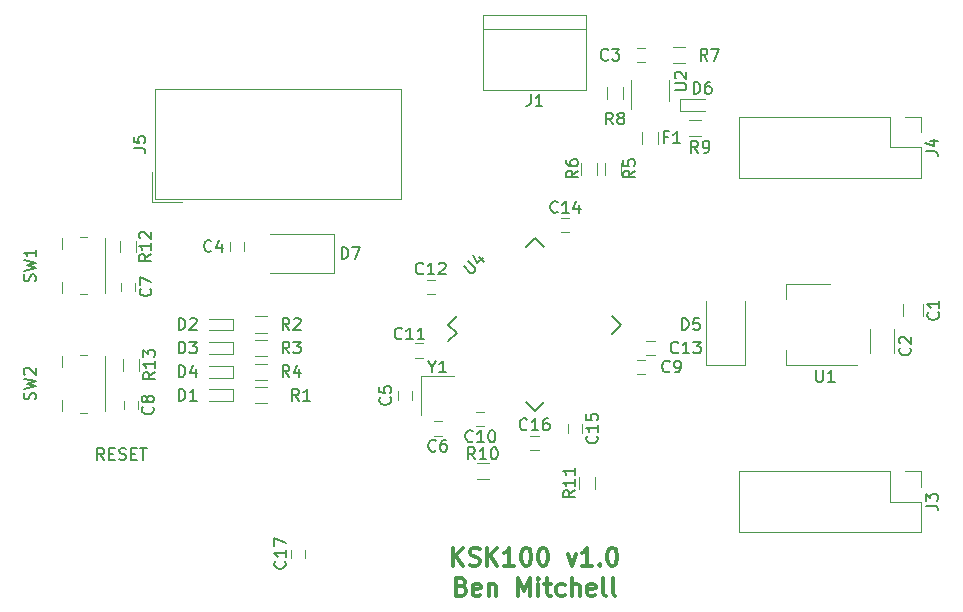
<source format=gto>
G04 #@! TF.FileFunction,Legend,Top*
%FSLAX46Y46*%
G04 Gerber Fmt 4.6, Leading zero omitted, Abs format (unit mm)*
G04 Created by KiCad (PCBNEW 4.0.7) date Tue Jan 16 16:57:22 2018*
%MOMM*%
%LPD*%
G01*
G04 APERTURE LIST*
%ADD10C,0.100000*%
%ADD11C,0.200000*%
%ADD12C,0.300000*%
%ADD13C,0.120000*%
%ADD14C,0.150000*%
G04 APERTURE END LIST*
D10*
D11*
X53547619Y-86452381D02*
X53214285Y-85976190D01*
X52976190Y-86452381D02*
X52976190Y-85452381D01*
X53357143Y-85452381D01*
X53452381Y-85500000D01*
X53500000Y-85547619D01*
X53547619Y-85642857D01*
X53547619Y-85785714D01*
X53500000Y-85880952D01*
X53452381Y-85928571D01*
X53357143Y-85976190D01*
X52976190Y-85976190D01*
X53976190Y-85928571D02*
X54309524Y-85928571D01*
X54452381Y-86452381D02*
X53976190Y-86452381D01*
X53976190Y-85452381D01*
X54452381Y-85452381D01*
X54833333Y-86404762D02*
X54976190Y-86452381D01*
X55214286Y-86452381D01*
X55309524Y-86404762D01*
X55357143Y-86357143D01*
X55404762Y-86261905D01*
X55404762Y-86166667D01*
X55357143Y-86071429D01*
X55309524Y-86023810D01*
X55214286Y-85976190D01*
X55023809Y-85928571D01*
X54928571Y-85880952D01*
X54880952Y-85833333D01*
X54833333Y-85738095D01*
X54833333Y-85642857D01*
X54880952Y-85547619D01*
X54928571Y-85500000D01*
X55023809Y-85452381D01*
X55261905Y-85452381D01*
X55404762Y-85500000D01*
X55833333Y-85928571D02*
X56166667Y-85928571D01*
X56309524Y-86452381D02*
X55833333Y-86452381D01*
X55833333Y-85452381D01*
X56309524Y-85452381D01*
X56595238Y-85452381D02*
X57166667Y-85452381D01*
X56880952Y-86452381D02*
X56880952Y-85452381D01*
D12*
X83071430Y-95403571D02*
X83071430Y-93903571D01*
X83928573Y-95403571D02*
X83285716Y-94546429D01*
X83928573Y-93903571D02*
X83071430Y-94760714D01*
X84500001Y-95332143D02*
X84714287Y-95403571D01*
X85071430Y-95403571D01*
X85214287Y-95332143D01*
X85285716Y-95260714D01*
X85357144Y-95117857D01*
X85357144Y-94975000D01*
X85285716Y-94832143D01*
X85214287Y-94760714D01*
X85071430Y-94689286D01*
X84785716Y-94617857D01*
X84642858Y-94546429D01*
X84571430Y-94475000D01*
X84500001Y-94332143D01*
X84500001Y-94189286D01*
X84571430Y-94046429D01*
X84642858Y-93975000D01*
X84785716Y-93903571D01*
X85142858Y-93903571D01*
X85357144Y-93975000D01*
X86000001Y-95403571D02*
X86000001Y-93903571D01*
X86857144Y-95403571D02*
X86214287Y-94546429D01*
X86857144Y-93903571D02*
X86000001Y-94760714D01*
X88285715Y-95403571D02*
X87428572Y-95403571D01*
X87857144Y-95403571D02*
X87857144Y-93903571D01*
X87714287Y-94117857D01*
X87571429Y-94260714D01*
X87428572Y-94332143D01*
X89214286Y-93903571D02*
X89357143Y-93903571D01*
X89500000Y-93975000D01*
X89571429Y-94046429D01*
X89642858Y-94189286D01*
X89714286Y-94475000D01*
X89714286Y-94832143D01*
X89642858Y-95117857D01*
X89571429Y-95260714D01*
X89500000Y-95332143D01*
X89357143Y-95403571D01*
X89214286Y-95403571D01*
X89071429Y-95332143D01*
X89000000Y-95260714D01*
X88928572Y-95117857D01*
X88857143Y-94832143D01*
X88857143Y-94475000D01*
X88928572Y-94189286D01*
X89000000Y-94046429D01*
X89071429Y-93975000D01*
X89214286Y-93903571D01*
X90642857Y-93903571D02*
X90785714Y-93903571D01*
X90928571Y-93975000D01*
X91000000Y-94046429D01*
X91071429Y-94189286D01*
X91142857Y-94475000D01*
X91142857Y-94832143D01*
X91071429Y-95117857D01*
X91000000Y-95260714D01*
X90928571Y-95332143D01*
X90785714Y-95403571D01*
X90642857Y-95403571D01*
X90500000Y-95332143D01*
X90428571Y-95260714D01*
X90357143Y-95117857D01*
X90285714Y-94832143D01*
X90285714Y-94475000D01*
X90357143Y-94189286D01*
X90428571Y-94046429D01*
X90500000Y-93975000D01*
X90642857Y-93903571D01*
X92785714Y-94403571D02*
X93142857Y-95403571D01*
X93499999Y-94403571D01*
X94857142Y-95403571D02*
X93999999Y-95403571D01*
X94428571Y-95403571D02*
X94428571Y-93903571D01*
X94285714Y-94117857D01*
X94142856Y-94260714D01*
X93999999Y-94332143D01*
X95499999Y-95260714D02*
X95571427Y-95332143D01*
X95499999Y-95403571D01*
X95428570Y-95332143D01*
X95499999Y-95260714D01*
X95499999Y-95403571D01*
X96499999Y-93903571D02*
X96642856Y-93903571D01*
X96785713Y-93975000D01*
X96857142Y-94046429D01*
X96928571Y-94189286D01*
X96999999Y-94475000D01*
X96999999Y-94832143D01*
X96928571Y-95117857D01*
X96857142Y-95260714D01*
X96785713Y-95332143D01*
X96642856Y-95403571D01*
X96499999Y-95403571D01*
X96357142Y-95332143D01*
X96285713Y-95260714D01*
X96214285Y-95117857D01*
X96142856Y-94832143D01*
X96142856Y-94475000D01*
X96214285Y-94189286D01*
X96285713Y-94046429D01*
X96357142Y-93975000D01*
X96499999Y-93903571D01*
X83821429Y-97167857D02*
X84035715Y-97239286D01*
X84107143Y-97310714D01*
X84178572Y-97453571D01*
X84178572Y-97667857D01*
X84107143Y-97810714D01*
X84035715Y-97882143D01*
X83892857Y-97953571D01*
X83321429Y-97953571D01*
X83321429Y-96453571D01*
X83821429Y-96453571D01*
X83964286Y-96525000D01*
X84035715Y-96596429D01*
X84107143Y-96739286D01*
X84107143Y-96882143D01*
X84035715Y-97025000D01*
X83964286Y-97096429D01*
X83821429Y-97167857D01*
X83321429Y-97167857D01*
X85392857Y-97882143D02*
X85250000Y-97953571D01*
X84964286Y-97953571D01*
X84821429Y-97882143D01*
X84750000Y-97739286D01*
X84750000Y-97167857D01*
X84821429Y-97025000D01*
X84964286Y-96953571D01*
X85250000Y-96953571D01*
X85392857Y-97025000D01*
X85464286Y-97167857D01*
X85464286Y-97310714D01*
X84750000Y-97453571D01*
X86107143Y-96953571D02*
X86107143Y-97953571D01*
X86107143Y-97096429D02*
X86178571Y-97025000D01*
X86321429Y-96953571D01*
X86535714Y-96953571D01*
X86678571Y-97025000D01*
X86750000Y-97167857D01*
X86750000Y-97953571D01*
X88607143Y-97953571D02*
X88607143Y-96453571D01*
X89107143Y-97525000D01*
X89607143Y-96453571D01*
X89607143Y-97953571D01*
X90321429Y-97953571D02*
X90321429Y-96953571D01*
X90321429Y-96453571D02*
X90250000Y-96525000D01*
X90321429Y-96596429D01*
X90392857Y-96525000D01*
X90321429Y-96453571D01*
X90321429Y-96596429D01*
X90821429Y-96953571D02*
X91392858Y-96953571D01*
X91035715Y-96453571D02*
X91035715Y-97739286D01*
X91107143Y-97882143D01*
X91250001Y-97953571D01*
X91392858Y-97953571D01*
X92535715Y-97882143D02*
X92392858Y-97953571D01*
X92107144Y-97953571D01*
X91964286Y-97882143D01*
X91892858Y-97810714D01*
X91821429Y-97667857D01*
X91821429Y-97239286D01*
X91892858Y-97096429D01*
X91964286Y-97025000D01*
X92107144Y-96953571D01*
X92392858Y-96953571D01*
X92535715Y-97025000D01*
X93178572Y-97953571D02*
X93178572Y-96453571D01*
X93821429Y-97953571D02*
X93821429Y-97167857D01*
X93750000Y-97025000D01*
X93607143Y-96953571D01*
X93392858Y-96953571D01*
X93250000Y-97025000D01*
X93178572Y-97096429D01*
X95107143Y-97882143D02*
X94964286Y-97953571D01*
X94678572Y-97953571D01*
X94535715Y-97882143D01*
X94464286Y-97739286D01*
X94464286Y-97167857D01*
X94535715Y-97025000D01*
X94678572Y-96953571D01*
X94964286Y-96953571D01*
X95107143Y-97025000D01*
X95178572Y-97167857D01*
X95178572Y-97310714D01*
X94464286Y-97453571D01*
X96035715Y-97953571D02*
X95892857Y-97882143D01*
X95821429Y-97739286D01*
X95821429Y-96453571D01*
X96821429Y-97953571D02*
X96678571Y-97882143D01*
X96607143Y-97739286D01*
X96607143Y-96453571D01*
D13*
X122850000Y-74300000D02*
X122850000Y-73300000D01*
X121150000Y-73300000D02*
X121150000Y-74300000D01*
X120420000Y-77400000D02*
X120420000Y-75400000D01*
X118380000Y-75400000D02*
X118380000Y-77400000D01*
X99350000Y-52800000D02*
X98650000Y-52800000D01*
X98650000Y-51600000D02*
X99350000Y-51600000D01*
X65400000Y-68050000D02*
X65400000Y-68750000D01*
X64200000Y-68750000D02*
X64200000Y-68050000D01*
X78400000Y-81350000D02*
X78400000Y-80650000D01*
X79600000Y-80650000D02*
X79600000Y-81350000D01*
X81450000Y-83200000D02*
X82150000Y-83200000D01*
X82150000Y-84400000D02*
X81450000Y-84400000D01*
X55000000Y-72150000D02*
X55000000Y-71450000D01*
X56200000Y-71450000D02*
X56200000Y-72150000D01*
X55200000Y-82150000D02*
X55200000Y-81450000D01*
X56400000Y-81450000D02*
X56400000Y-82150000D01*
X99350000Y-79200000D02*
X98650000Y-79200000D01*
X98650000Y-78000000D02*
X99350000Y-78000000D01*
X85050000Y-82400000D02*
X85750000Y-82400000D01*
X85750000Y-83600000D02*
X85050000Y-83600000D01*
X79850000Y-76600000D02*
X80550000Y-76600000D01*
X80550000Y-77800000D02*
X79850000Y-77800000D01*
X81550000Y-72400000D02*
X80850000Y-72400000D01*
X80850000Y-71200000D02*
X81550000Y-71200000D01*
X100150000Y-77600000D02*
X99450000Y-77600000D01*
X99450000Y-76400000D02*
X100150000Y-76400000D01*
X92950000Y-67200000D02*
X92250000Y-67200000D01*
X92250000Y-66000000D02*
X92950000Y-66000000D01*
X92800000Y-84150000D02*
X92800000Y-83450000D01*
X94000000Y-83450000D02*
X94000000Y-84150000D01*
X64500000Y-81500000D02*
X64500000Y-80500000D01*
X64500000Y-80500000D02*
X62400000Y-80500000D01*
X64500000Y-81500000D02*
X62400000Y-81500000D01*
X64500000Y-75500000D02*
X64500000Y-74500000D01*
X64500000Y-74500000D02*
X62400000Y-74500000D01*
X64500000Y-75500000D02*
X62400000Y-75500000D01*
X64500000Y-77500000D02*
X64500000Y-76500000D01*
X64500000Y-76500000D02*
X62400000Y-76500000D01*
X64500000Y-77500000D02*
X62400000Y-77500000D01*
X64500000Y-79500000D02*
X64500000Y-78500000D01*
X64500000Y-78500000D02*
X62400000Y-78500000D01*
X64500000Y-79500000D02*
X62400000Y-79500000D01*
X104550000Y-78400000D02*
X107850000Y-78400000D01*
X107850000Y-78400000D02*
X107850000Y-73000000D01*
X104550000Y-78400000D02*
X104550000Y-73000000D01*
X102300000Y-55900000D02*
X102300000Y-56900000D01*
X102300000Y-56900000D02*
X104400000Y-56900000D01*
X102300000Y-55900000D02*
X104400000Y-55900000D01*
X73000000Y-70650000D02*
X73000000Y-67350000D01*
X73000000Y-67350000D02*
X67600000Y-67350000D01*
X73000000Y-70650000D02*
X67600000Y-70650000D01*
X99120000Y-59700000D02*
X99120000Y-58700000D01*
X100480000Y-58700000D02*
X100480000Y-59700000D01*
X94350000Y-48770000D02*
X85650000Y-48770000D01*
X94350000Y-55180000D02*
X85650000Y-55180000D01*
X85650000Y-55180000D02*
X85650000Y-48770000D01*
X85650000Y-50000000D02*
X94350000Y-50000000D01*
X94350000Y-48770000D02*
X94350000Y-55180000D01*
X107320000Y-87400000D02*
X107320000Y-92600000D01*
X120080000Y-87400000D02*
X107320000Y-87400000D01*
X122680000Y-92600000D02*
X107320000Y-92600000D01*
X120080000Y-87400000D02*
X120080000Y-90000000D01*
X120080000Y-90000000D02*
X122680000Y-90000000D01*
X122680000Y-90000000D02*
X122680000Y-92600000D01*
X121350000Y-87400000D02*
X122680000Y-87400000D01*
X122680000Y-87400000D02*
X122680000Y-88730000D01*
X107320000Y-57400000D02*
X107320000Y-62600000D01*
X120080000Y-57400000D02*
X107320000Y-57400000D01*
X122680000Y-62600000D02*
X107320000Y-62600000D01*
X120080000Y-57400000D02*
X120080000Y-60000000D01*
X120080000Y-60000000D02*
X122680000Y-60000000D01*
X122680000Y-60000000D02*
X122680000Y-62600000D01*
X121350000Y-57400000D02*
X122680000Y-57400000D01*
X122680000Y-57400000D02*
X122680000Y-58730000D01*
X66300000Y-80320000D02*
X67300000Y-80320000D01*
X67300000Y-81680000D02*
X66300000Y-81680000D01*
X66300000Y-74320000D02*
X67300000Y-74320000D01*
X67300000Y-75680000D02*
X66300000Y-75680000D01*
X66300000Y-76320000D02*
X67300000Y-76320000D01*
X67300000Y-77680000D02*
X66300000Y-77680000D01*
X66300000Y-78320000D02*
X67300000Y-78320000D01*
X67300000Y-79680000D02*
X66300000Y-79680000D01*
X95920000Y-62300000D02*
X95920000Y-61300000D01*
X97280000Y-61300000D02*
X97280000Y-62300000D01*
X93920000Y-62300000D02*
X93920000Y-61300000D01*
X95280000Y-61300000D02*
X95280000Y-62300000D01*
X101700000Y-51520000D02*
X102700000Y-51520000D01*
X102700000Y-52880000D02*
X101700000Y-52880000D01*
X96120000Y-55900000D02*
X96120000Y-54900000D01*
X97480000Y-54900000D02*
X97480000Y-55900000D01*
X104100000Y-59080000D02*
X103100000Y-59080000D01*
X103100000Y-57720000D02*
X104100000Y-57720000D01*
X86100000Y-88080000D02*
X85100000Y-88080000D01*
X85100000Y-86720000D02*
X86100000Y-86720000D01*
X95080000Y-87900000D02*
X95080000Y-88900000D01*
X93720000Y-88900000D02*
X93720000Y-87900000D01*
X54920000Y-68900000D02*
X54920000Y-67900000D01*
X56280000Y-67900000D02*
X56280000Y-68900000D01*
X56480000Y-77900000D02*
X56480000Y-78900000D01*
X55120000Y-78900000D02*
X55120000Y-77900000D01*
X49950000Y-67650000D02*
X49950000Y-68575000D01*
X53650000Y-67650000D02*
X53650000Y-72350000D01*
X52075000Y-72450000D02*
X51525000Y-72450000D01*
X52075000Y-67550000D02*
X51525000Y-67550000D01*
X49950000Y-71425000D02*
X49950000Y-72350000D01*
X49950000Y-77650000D02*
X49950000Y-78575000D01*
X53650000Y-77650000D02*
X53650000Y-82350000D01*
X52075000Y-82450000D02*
X51525000Y-82450000D01*
X52075000Y-77550000D02*
X51525000Y-77550000D01*
X49950000Y-81425000D02*
X49950000Y-82350000D01*
X111290000Y-71590000D02*
X111290000Y-72850000D01*
X111290000Y-78410000D02*
X111290000Y-77150000D01*
X115050000Y-71590000D02*
X111290000Y-71590000D01*
X117300000Y-78410000D02*
X111290000Y-78410000D01*
X101410000Y-56100000D02*
X101410000Y-54300000D01*
X98190000Y-54300000D02*
X98190000Y-56750000D01*
D14*
X82681445Y-75000000D02*
X83388552Y-75707107D01*
X90000000Y-67681445D02*
X90760140Y-68441585D01*
X97318555Y-75000000D02*
X96558415Y-74239860D01*
X90000000Y-82318555D02*
X89239860Y-81558415D01*
X82681445Y-75000000D02*
X83441585Y-74239860D01*
X90000000Y-82318555D02*
X90760140Y-81558415D01*
X97318555Y-75000000D02*
X96558415Y-75760140D01*
X90000000Y-67681445D02*
X89239860Y-68441585D01*
X83388552Y-75707107D02*
X82663767Y-76431891D01*
D13*
X83200000Y-79350000D02*
X80400000Y-79350000D01*
X80400000Y-79350000D02*
X80400000Y-82650000D01*
X57850000Y-55055000D02*
X78710000Y-55055000D01*
X78710000Y-55055000D02*
X78710000Y-64405000D01*
X78710000Y-64405000D02*
X57850000Y-64405000D01*
X57850000Y-64405000D02*
X57850000Y-55055000D01*
X57600000Y-64655000D02*
X60140000Y-64655000D01*
X57600000Y-64655000D02*
X57600000Y-62115000D01*
X90350000Y-85600000D02*
X89650000Y-85600000D01*
X89650000Y-84400000D02*
X90350000Y-84400000D01*
X70600000Y-94050000D02*
X70600000Y-94750000D01*
X69400000Y-94750000D02*
X69400000Y-94050000D01*
D14*
X124157143Y-73966666D02*
X124204762Y-74014285D01*
X124252381Y-74157142D01*
X124252381Y-74252380D01*
X124204762Y-74395238D01*
X124109524Y-74490476D01*
X124014286Y-74538095D01*
X123823810Y-74585714D01*
X123680952Y-74585714D01*
X123490476Y-74538095D01*
X123395238Y-74490476D01*
X123300000Y-74395238D01*
X123252381Y-74252380D01*
X123252381Y-74157142D01*
X123300000Y-74014285D01*
X123347619Y-73966666D01*
X124252381Y-73014285D02*
X124252381Y-73585714D01*
X124252381Y-73300000D02*
X123252381Y-73300000D01*
X123395238Y-73395238D01*
X123490476Y-73490476D01*
X123538095Y-73585714D01*
X121757143Y-76966666D02*
X121804762Y-77014285D01*
X121852381Y-77157142D01*
X121852381Y-77252380D01*
X121804762Y-77395238D01*
X121709524Y-77490476D01*
X121614286Y-77538095D01*
X121423810Y-77585714D01*
X121280952Y-77585714D01*
X121090476Y-77538095D01*
X120995238Y-77490476D01*
X120900000Y-77395238D01*
X120852381Y-77252380D01*
X120852381Y-77157142D01*
X120900000Y-77014285D01*
X120947619Y-76966666D01*
X120947619Y-76585714D02*
X120900000Y-76538095D01*
X120852381Y-76442857D01*
X120852381Y-76204761D01*
X120900000Y-76109523D01*
X120947619Y-76061904D01*
X121042857Y-76014285D01*
X121138095Y-76014285D01*
X121280952Y-76061904D01*
X121852381Y-76633333D01*
X121852381Y-76014285D01*
X96233334Y-52557143D02*
X96185715Y-52604762D01*
X96042858Y-52652381D01*
X95947620Y-52652381D01*
X95804762Y-52604762D01*
X95709524Y-52509524D01*
X95661905Y-52414286D01*
X95614286Y-52223810D01*
X95614286Y-52080952D01*
X95661905Y-51890476D01*
X95709524Y-51795238D01*
X95804762Y-51700000D01*
X95947620Y-51652381D01*
X96042858Y-51652381D01*
X96185715Y-51700000D01*
X96233334Y-51747619D01*
X96566667Y-51652381D02*
X97185715Y-51652381D01*
X96852381Y-52033333D01*
X96995239Y-52033333D01*
X97090477Y-52080952D01*
X97138096Y-52128571D01*
X97185715Y-52223810D01*
X97185715Y-52461905D01*
X97138096Y-52557143D01*
X97090477Y-52604762D01*
X96995239Y-52652381D01*
X96709524Y-52652381D01*
X96614286Y-52604762D01*
X96566667Y-52557143D01*
X62633334Y-68757143D02*
X62585715Y-68804762D01*
X62442858Y-68852381D01*
X62347620Y-68852381D01*
X62204762Y-68804762D01*
X62109524Y-68709524D01*
X62061905Y-68614286D01*
X62014286Y-68423810D01*
X62014286Y-68280952D01*
X62061905Y-68090476D01*
X62109524Y-67995238D01*
X62204762Y-67900000D01*
X62347620Y-67852381D01*
X62442858Y-67852381D01*
X62585715Y-67900000D01*
X62633334Y-67947619D01*
X63490477Y-68185714D02*
X63490477Y-68852381D01*
X63252381Y-67804762D02*
X63014286Y-68519048D01*
X63633334Y-68519048D01*
X77757143Y-81166666D02*
X77804762Y-81214285D01*
X77852381Y-81357142D01*
X77852381Y-81452380D01*
X77804762Y-81595238D01*
X77709524Y-81690476D01*
X77614286Y-81738095D01*
X77423810Y-81785714D01*
X77280952Y-81785714D01*
X77090476Y-81738095D01*
X76995238Y-81690476D01*
X76900000Y-81595238D01*
X76852381Y-81452380D01*
X76852381Y-81357142D01*
X76900000Y-81214285D01*
X76947619Y-81166666D01*
X76852381Y-80261904D02*
X76852381Y-80738095D01*
X77328571Y-80785714D01*
X77280952Y-80738095D01*
X77233333Y-80642857D01*
X77233333Y-80404761D01*
X77280952Y-80309523D01*
X77328571Y-80261904D01*
X77423810Y-80214285D01*
X77661905Y-80214285D01*
X77757143Y-80261904D01*
X77804762Y-80309523D01*
X77852381Y-80404761D01*
X77852381Y-80642857D01*
X77804762Y-80738095D01*
X77757143Y-80785714D01*
X81633334Y-85657143D02*
X81585715Y-85704762D01*
X81442858Y-85752381D01*
X81347620Y-85752381D01*
X81204762Y-85704762D01*
X81109524Y-85609524D01*
X81061905Y-85514286D01*
X81014286Y-85323810D01*
X81014286Y-85180952D01*
X81061905Y-84990476D01*
X81109524Y-84895238D01*
X81204762Y-84800000D01*
X81347620Y-84752381D01*
X81442858Y-84752381D01*
X81585715Y-84800000D01*
X81633334Y-84847619D01*
X82490477Y-84752381D02*
X82300000Y-84752381D01*
X82204762Y-84800000D01*
X82157143Y-84847619D01*
X82061905Y-84990476D01*
X82014286Y-85180952D01*
X82014286Y-85561905D01*
X82061905Y-85657143D01*
X82109524Y-85704762D01*
X82204762Y-85752381D01*
X82395239Y-85752381D01*
X82490477Y-85704762D01*
X82538096Y-85657143D01*
X82585715Y-85561905D01*
X82585715Y-85323810D01*
X82538096Y-85228571D01*
X82490477Y-85180952D01*
X82395239Y-85133333D01*
X82204762Y-85133333D01*
X82109524Y-85180952D01*
X82061905Y-85228571D01*
X82014286Y-85323810D01*
X57457143Y-71966666D02*
X57504762Y-72014285D01*
X57552381Y-72157142D01*
X57552381Y-72252380D01*
X57504762Y-72395238D01*
X57409524Y-72490476D01*
X57314286Y-72538095D01*
X57123810Y-72585714D01*
X56980952Y-72585714D01*
X56790476Y-72538095D01*
X56695238Y-72490476D01*
X56600000Y-72395238D01*
X56552381Y-72252380D01*
X56552381Y-72157142D01*
X56600000Y-72014285D01*
X56647619Y-71966666D01*
X56552381Y-71633333D02*
X56552381Y-70966666D01*
X57552381Y-71395238D01*
X57657143Y-81966666D02*
X57704762Y-82014285D01*
X57752381Y-82157142D01*
X57752381Y-82252380D01*
X57704762Y-82395238D01*
X57609524Y-82490476D01*
X57514286Y-82538095D01*
X57323810Y-82585714D01*
X57180952Y-82585714D01*
X56990476Y-82538095D01*
X56895238Y-82490476D01*
X56800000Y-82395238D01*
X56752381Y-82252380D01*
X56752381Y-82157142D01*
X56800000Y-82014285D01*
X56847619Y-81966666D01*
X57180952Y-81395238D02*
X57133333Y-81490476D01*
X57085714Y-81538095D01*
X56990476Y-81585714D01*
X56942857Y-81585714D01*
X56847619Y-81538095D01*
X56800000Y-81490476D01*
X56752381Y-81395238D01*
X56752381Y-81204761D01*
X56800000Y-81109523D01*
X56847619Y-81061904D01*
X56942857Y-81014285D01*
X56990476Y-81014285D01*
X57085714Y-81061904D01*
X57133333Y-81109523D01*
X57180952Y-81204761D01*
X57180952Y-81395238D01*
X57228571Y-81490476D01*
X57276190Y-81538095D01*
X57371429Y-81585714D01*
X57561905Y-81585714D01*
X57657143Y-81538095D01*
X57704762Y-81490476D01*
X57752381Y-81395238D01*
X57752381Y-81204761D01*
X57704762Y-81109523D01*
X57657143Y-81061904D01*
X57561905Y-81014285D01*
X57371429Y-81014285D01*
X57276190Y-81061904D01*
X57228571Y-81109523D01*
X57180952Y-81204761D01*
X101433334Y-78957143D02*
X101385715Y-79004762D01*
X101242858Y-79052381D01*
X101147620Y-79052381D01*
X101004762Y-79004762D01*
X100909524Y-78909524D01*
X100861905Y-78814286D01*
X100814286Y-78623810D01*
X100814286Y-78480952D01*
X100861905Y-78290476D01*
X100909524Y-78195238D01*
X101004762Y-78100000D01*
X101147620Y-78052381D01*
X101242858Y-78052381D01*
X101385715Y-78100000D01*
X101433334Y-78147619D01*
X101909524Y-79052381D02*
X102100000Y-79052381D01*
X102195239Y-79004762D01*
X102242858Y-78957143D01*
X102338096Y-78814286D01*
X102385715Y-78623810D01*
X102385715Y-78242857D01*
X102338096Y-78147619D01*
X102290477Y-78100000D01*
X102195239Y-78052381D01*
X102004762Y-78052381D01*
X101909524Y-78100000D01*
X101861905Y-78147619D01*
X101814286Y-78242857D01*
X101814286Y-78480952D01*
X101861905Y-78576190D01*
X101909524Y-78623810D01*
X102004762Y-78671429D01*
X102195239Y-78671429D01*
X102290477Y-78623810D01*
X102338096Y-78576190D01*
X102385715Y-78480952D01*
X84757143Y-84857143D02*
X84709524Y-84904762D01*
X84566667Y-84952381D01*
X84471429Y-84952381D01*
X84328571Y-84904762D01*
X84233333Y-84809524D01*
X84185714Y-84714286D01*
X84138095Y-84523810D01*
X84138095Y-84380952D01*
X84185714Y-84190476D01*
X84233333Y-84095238D01*
X84328571Y-84000000D01*
X84471429Y-83952381D01*
X84566667Y-83952381D01*
X84709524Y-84000000D01*
X84757143Y-84047619D01*
X85709524Y-84952381D02*
X85138095Y-84952381D01*
X85423809Y-84952381D02*
X85423809Y-83952381D01*
X85328571Y-84095238D01*
X85233333Y-84190476D01*
X85138095Y-84238095D01*
X86328571Y-83952381D02*
X86423810Y-83952381D01*
X86519048Y-84000000D01*
X86566667Y-84047619D01*
X86614286Y-84142857D01*
X86661905Y-84333333D01*
X86661905Y-84571429D01*
X86614286Y-84761905D01*
X86566667Y-84857143D01*
X86519048Y-84904762D01*
X86423810Y-84952381D01*
X86328571Y-84952381D01*
X86233333Y-84904762D01*
X86185714Y-84857143D01*
X86138095Y-84761905D01*
X86090476Y-84571429D01*
X86090476Y-84333333D01*
X86138095Y-84142857D01*
X86185714Y-84047619D01*
X86233333Y-84000000D01*
X86328571Y-83952381D01*
X78757143Y-76157143D02*
X78709524Y-76204762D01*
X78566667Y-76252381D01*
X78471429Y-76252381D01*
X78328571Y-76204762D01*
X78233333Y-76109524D01*
X78185714Y-76014286D01*
X78138095Y-75823810D01*
X78138095Y-75680952D01*
X78185714Y-75490476D01*
X78233333Y-75395238D01*
X78328571Y-75300000D01*
X78471429Y-75252381D01*
X78566667Y-75252381D01*
X78709524Y-75300000D01*
X78757143Y-75347619D01*
X79709524Y-76252381D02*
X79138095Y-76252381D01*
X79423809Y-76252381D02*
X79423809Y-75252381D01*
X79328571Y-75395238D01*
X79233333Y-75490476D01*
X79138095Y-75538095D01*
X80661905Y-76252381D02*
X80090476Y-76252381D01*
X80376190Y-76252381D02*
X80376190Y-75252381D01*
X80280952Y-75395238D01*
X80185714Y-75490476D01*
X80090476Y-75538095D01*
X80557143Y-70657143D02*
X80509524Y-70704762D01*
X80366667Y-70752381D01*
X80271429Y-70752381D01*
X80128571Y-70704762D01*
X80033333Y-70609524D01*
X79985714Y-70514286D01*
X79938095Y-70323810D01*
X79938095Y-70180952D01*
X79985714Y-69990476D01*
X80033333Y-69895238D01*
X80128571Y-69800000D01*
X80271429Y-69752381D01*
X80366667Y-69752381D01*
X80509524Y-69800000D01*
X80557143Y-69847619D01*
X81509524Y-70752381D02*
X80938095Y-70752381D01*
X81223809Y-70752381D02*
X81223809Y-69752381D01*
X81128571Y-69895238D01*
X81033333Y-69990476D01*
X80938095Y-70038095D01*
X81890476Y-69847619D02*
X81938095Y-69800000D01*
X82033333Y-69752381D01*
X82271429Y-69752381D01*
X82366667Y-69800000D01*
X82414286Y-69847619D01*
X82461905Y-69942857D01*
X82461905Y-70038095D01*
X82414286Y-70180952D01*
X81842857Y-70752381D01*
X82461905Y-70752381D01*
X102157143Y-77357143D02*
X102109524Y-77404762D01*
X101966667Y-77452381D01*
X101871429Y-77452381D01*
X101728571Y-77404762D01*
X101633333Y-77309524D01*
X101585714Y-77214286D01*
X101538095Y-77023810D01*
X101538095Y-76880952D01*
X101585714Y-76690476D01*
X101633333Y-76595238D01*
X101728571Y-76500000D01*
X101871429Y-76452381D01*
X101966667Y-76452381D01*
X102109524Y-76500000D01*
X102157143Y-76547619D01*
X103109524Y-77452381D02*
X102538095Y-77452381D01*
X102823809Y-77452381D02*
X102823809Y-76452381D01*
X102728571Y-76595238D01*
X102633333Y-76690476D01*
X102538095Y-76738095D01*
X103442857Y-76452381D02*
X104061905Y-76452381D01*
X103728571Y-76833333D01*
X103871429Y-76833333D01*
X103966667Y-76880952D01*
X104014286Y-76928571D01*
X104061905Y-77023810D01*
X104061905Y-77261905D01*
X104014286Y-77357143D01*
X103966667Y-77404762D01*
X103871429Y-77452381D01*
X103585714Y-77452381D01*
X103490476Y-77404762D01*
X103442857Y-77357143D01*
X91957143Y-65457143D02*
X91909524Y-65504762D01*
X91766667Y-65552381D01*
X91671429Y-65552381D01*
X91528571Y-65504762D01*
X91433333Y-65409524D01*
X91385714Y-65314286D01*
X91338095Y-65123810D01*
X91338095Y-64980952D01*
X91385714Y-64790476D01*
X91433333Y-64695238D01*
X91528571Y-64600000D01*
X91671429Y-64552381D01*
X91766667Y-64552381D01*
X91909524Y-64600000D01*
X91957143Y-64647619D01*
X92909524Y-65552381D02*
X92338095Y-65552381D01*
X92623809Y-65552381D02*
X92623809Y-64552381D01*
X92528571Y-64695238D01*
X92433333Y-64790476D01*
X92338095Y-64838095D01*
X93766667Y-64885714D02*
X93766667Y-65552381D01*
X93528571Y-64504762D02*
X93290476Y-65219048D01*
X93909524Y-65219048D01*
X95257143Y-84442857D02*
X95304762Y-84490476D01*
X95352381Y-84633333D01*
X95352381Y-84728571D01*
X95304762Y-84871429D01*
X95209524Y-84966667D01*
X95114286Y-85014286D01*
X94923810Y-85061905D01*
X94780952Y-85061905D01*
X94590476Y-85014286D01*
X94495238Y-84966667D01*
X94400000Y-84871429D01*
X94352381Y-84728571D01*
X94352381Y-84633333D01*
X94400000Y-84490476D01*
X94447619Y-84442857D01*
X95352381Y-83490476D02*
X95352381Y-84061905D01*
X95352381Y-83776191D02*
X94352381Y-83776191D01*
X94495238Y-83871429D01*
X94590476Y-83966667D01*
X94638095Y-84061905D01*
X94352381Y-82585714D02*
X94352381Y-83061905D01*
X94828571Y-83109524D01*
X94780952Y-83061905D01*
X94733333Y-82966667D01*
X94733333Y-82728571D01*
X94780952Y-82633333D01*
X94828571Y-82585714D01*
X94923810Y-82538095D01*
X95161905Y-82538095D01*
X95257143Y-82585714D01*
X95304762Y-82633333D01*
X95352381Y-82728571D01*
X95352381Y-82966667D01*
X95304762Y-83061905D01*
X95257143Y-83109524D01*
X59861905Y-81452381D02*
X59861905Y-80452381D01*
X60100000Y-80452381D01*
X60242858Y-80500000D01*
X60338096Y-80595238D01*
X60385715Y-80690476D01*
X60433334Y-80880952D01*
X60433334Y-81023810D01*
X60385715Y-81214286D01*
X60338096Y-81309524D01*
X60242858Y-81404762D01*
X60100000Y-81452381D01*
X59861905Y-81452381D01*
X61385715Y-81452381D02*
X60814286Y-81452381D01*
X61100000Y-81452381D02*
X61100000Y-80452381D01*
X61004762Y-80595238D01*
X60909524Y-80690476D01*
X60814286Y-80738095D01*
X59861905Y-75452381D02*
X59861905Y-74452381D01*
X60100000Y-74452381D01*
X60242858Y-74500000D01*
X60338096Y-74595238D01*
X60385715Y-74690476D01*
X60433334Y-74880952D01*
X60433334Y-75023810D01*
X60385715Y-75214286D01*
X60338096Y-75309524D01*
X60242858Y-75404762D01*
X60100000Y-75452381D01*
X59861905Y-75452381D01*
X60814286Y-74547619D02*
X60861905Y-74500000D01*
X60957143Y-74452381D01*
X61195239Y-74452381D01*
X61290477Y-74500000D01*
X61338096Y-74547619D01*
X61385715Y-74642857D01*
X61385715Y-74738095D01*
X61338096Y-74880952D01*
X60766667Y-75452381D01*
X61385715Y-75452381D01*
X59861905Y-77452381D02*
X59861905Y-76452381D01*
X60100000Y-76452381D01*
X60242858Y-76500000D01*
X60338096Y-76595238D01*
X60385715Y-76690476D01*
X60433334Y-76880952D01*
X60433334Y-77023810D01*
X60385715Y-77214286D01*
X60338096Y-77309524D01*
X60242858Y-77404762D01*
X60100000Y-77452381D01*
X59861905Y-77452381D01*
X60766667Y-76452381D02*
X61385715Y-76452381D01*
X61052381Y-76833333D01*
X61195239Y-76833333D01*
X61290477Y-76880952D01*
X61338096Y-76928571D01*
X61385715Y-77023810D01*
X61385715Y-77261905D01*
X61338096Y-77357143D01*
X61290477Y-77404762D01*
X61195239Y-77452381D01*
X60909524Y-77452381D01*
X60814286Y-77404762D01*
X60766667Y-77357143D01*
X59861905Y-79452381D02*
X59861905Y-78452381D01*
X60100000Y-78452381D01*
X60242858Y-78500000D01*
X60338096Y-78595238D01*
X60385715Y-78690476D01*
X60433334Y-78880952D01*
X60433334Y-79023810D01*
X60385715Y-79214286D01*
X60338096Y-79309524D01*
X60242858Y-79404762D01*
X60100000Y-79452381D01*
X59861905Y-79452381D01*
X61290477Y-78785714D02*
X61290477Y-79452381D01*
X61052381Y-78404762D02*
X60814286Y-79119048D01*
X61433334Y-79119048D01*
X102461905Y-75452381D02*
X102461905Y-74452381D01*
X102700000Y-74452381D01*
X102842858Y-74500000D01*
X102938096Y-74595238D01*
X102985715Y-74690476D01*
X103033334Y-74880952D01*
X103033334Y-75023810D01*
X102985715Y-75214286D01*
X102938096Y-75309524D01*
X102842858Y-75404762D01*
X102700000Y-75452381D01*
X102461905Y-75452381D01*
X103938096Y-74452381D02*
X103461905Y-74452381D01*
X103414286Y-74928571D01*
X103461905Y-74880952D01*
X103557143Y-74833333D01*
X103795239Y-74833333D01*
X103890477Y-74880952D01*
X103938096Y-74928571D01*
X103985715Y-75023810D01*
X103985715Y-75261905D01*
X103938096Y-75357143D01*
X103890477Y-75404762D01*
X103795239Y-75452381D01*
X103557143Y-75452381D01*
X103461905Y-75404762D01*
X103414286Y-75357143D01*
X103461905Y-55452381D02*
X103461905Y-54452381D01*
X103700000Y-54452381D01*
X103842858Y-54500000D01*
X103938096Y-54595238D01*
X103985715Y-54690476D01*
X104033334Y-54880952D01*
X104033334Y-55023810D01*
X103985715Y-55214286D01*
X103938096Y-55309524D01*
X103842858Y-55404762D01*
X103700000Y-55452381D01*
X103461905Y-55452381D01*
X104890477Y-54452381D02*
X104700000Y-54452381D01*
X104604762Y-54500000D01*
X104557143Y-54547619D01*
X104461905Y-54690476D01*
X104414286Y-54880952D01*
X104414286Y-55261905D01*
X104461905Y-55357143D01*
X104509524Y-55404762D01*
X104604762Y-55452381D01*
X104795239Y-55452381D01*
X104890477Y-55404762D01*
X104938096Y-55357143D01*
X104985715Y-55261905D01*
X104985715Y-55023810D01*
X104938096Y-54928571D01*
X104890477Y-54880952D01*
X104795239Y-54833333D01*
X104604762Y-54833333D01*
X104509524Y-54880952D01*
X104461905Y-54928571D01*
X104414286Y-55023810D01*
X73661905Y-69452381D02*
X73661905Y-68452381D01*
X73900000Y-68452381D01*
X74042858Y-68500000D01*
X74138096Y-68595238D01*
X74185715Y-68690476D01*
X74233334Y-68880952D01*
X74233334Y-69023810D01*
X74185715Y-69214286D01*
X74138096Y-69309524D01*
X74042858Y-69404762D01*
X73900000Y-69452381D01*
X73661905Y-69452381D01*
X74566667Y-68452381D02*
X75233334Y-68452381D01*
X74804762Y-69452381D01*
X101266667Y-59128571D02*
X100933333Y-59128571D01*
X100933333Y-59652381D02*
X100933333Y-58652381D01*
X101409524Y-58652381D01*
X102314286Y-59652381D02*
X101742857Y-59652381D01*
X102028571Y-59652381D02*
X102028571Y-58652381D01*
X101933333Y-58795238D01*
X101838095Y-58890476D01*
X101742857Y-58938095D01*
X89666667Y-55492381D02*
X89666667Y-56206667D01*
X89619047Y-56349524D01*
X89523809Y-56444762D01*
X89380952Y-56492381D01*
X89285714Y-56492381D01*
X90666667Y-56492381D02*
X90095238Y-56492381D01*
X90380952Y-56492381D02*
X90380952Y-55492381D01*
X90285714Y-55635238D01*
X90190476Y-55730476D01*
X90095238Y-55778095D01*
X123132381Y-90333333D02*
X123846667Y-90333333D01*
X123989524Y-90380953D01*
X124084762Y-90476191D01*
X124132381Y-90619048D01*
X124132381Y-90714286D01*
X123132381Y-89952381D02*
X123132381Y-89333333D01*
X123513333Y-89666667D01*
X123513333Y-89523809D01*
X123560952Y-89428571D01*
X123608571Y-89380952D01*
X123703810Y-89333333D01*
X123941905Y-89333333D01*
X124037143Y-89380952D01*
X124084762Y-89428571D01*
X124132381Y-89523809D01*
X124132381Y-89809524D01*
X124084762Y-89904762D01*
X124037143Y-89952381D01*
X123132381Y-60333333D02*
X123846667Y-60333333D01*
X123989524Y-60380953D01*
X124084762Y-60476191D01*
X124132381Y-60619048D01*
X124132381Y-60714286D01*
X123465714Y-59428571D02*
X124132381Y-59428571D01*
X123084762Y-59666667D02*
X123799048Y-59904762D01*
X123799048Y-59285714D01*
X70033334Y-81452381D02*
X69700000Y-80976190D01*
X69461905Y-81452381D02*
X69461905Y-80452381D01*
X69842858Y-80452381D01*
X69938096Y-80500000D01*
X69985715Y-80547619D01*
X70033334Y-80642857D01*
X70033334Y-80785714D01*
X69985715Y-80880952D01*
X69938096Y-80928571D01*
X69842858Y-80976190D01*
X69461905Y-80976190D01*
X70985715Y-81452381D02*
X70414286Y-81452381D01*
X70700000Y-81452381D02*
X70700000Y-80452381D01*
X70604762Y-80595238D01*
X70509524Y-80690476D01*
X70414286Y-80738095D01*
X69233334Y-75452381D02*
X68900000Y-74976190D01*
X68661905Y-75452381D02*
X68661905Y-74452381D01*
X69042858Y-74452381D01*
X69138096Y-74500000D01*
X69185715Y-74547619D01*
X69233334Y-74642857D01*
X69233334Y-74785714D01*
X69185715Y-74880952D01*
X69138096Y-74928571D01*
X69042858Y-74976190D01*
X68661905Y-74976190D01*
X69614286Y-74547619D02*
X69661905Y-74500000D01*
X69757143Y-74452381D01*
X69995239Y-74452381D01*
X70090477Y-74500000D01*
X70138096Y-74547619D01*
X70185715Y-74642857D01*
X70185715Y-74738095D01*
X70138096Y-74880952D01*
X69566667Y-75452381D01*
X70185715Y-75452381D01*
X69233334Y-77452381D02*
X68900000Y-76976190D01*
X68661905Y-77452381D02*
X68661905Y-76452381D01*
X69042858Y-76452381D01*
X69138096Y-76500000D01*
X69185715Y-76547619D01*
X69233334Y-76642857D01*
X69233334Y-76785714D01*
X69185715Y-76880952D01*
X69138096Y-76928571D01*
X69042858Y-76976190D01*
X68661905Y-76976190D01*
X69566667Y-76452381D02*
X70185715Y-76452381D01*
X69852381Y-76833333D01*
X69995239Y-76833333D01*
X70090477Y-76880952D01*
X70138096Y-76928571D01*
X70185715Y-77023810D01*
X70185715Y-77261905D01*
X70138096Y-77357143D01*
X70090477Y-77404762D01*
X69995239Y-77452381D01*
X69709524Y-77452381D01*
X69614286Y-77404762D01*
X69566667Y-77357143D01*
X69233334Y-79452381D02*
X68900000Y-78976190D01*
X68661905Y-79452381D02*
X68661905Y-78452381D01*
X69042858Y-78452381D01*
X69138096Y-78500000D01*
X69185715Y-78547619D01*
X69233334Y-78642857D01*
X69233334Y-78785714D01*
X69185715Y-78880952D01*
X69138096Y-78928571D01*
X69042858Y-78976190D01*
X68661905Y-78976190D01*
X70090477Y-78785714D02*
X70090477Y-79452381D01*
X69852381Y-78404762D02*
X69614286Y-79119048D01*
X70233334Y-79119048D01*
X98502381Y-61966666D02*
X98026190Y-62300000D01*
X98502381Y-62538095D02*
X97502381Y-62538095D01*
X97502381Y-62157142D01*
X97550000Y-62061904D01*
X97597619Y-62014285D01*
X97692857Y-61966666D01*
X97835714Y-61966666D01*
X97930952Y-62014285D01*
X97978571Y-62061904D01*
X98026190Y-62157142D01*
X98026190Y-62538095D01*
X97502381Y-61061904D02*
X97502381Y-61538095D01*
X97978571Y-61585714D01*
X97930952Y-61538095D01*
X97883333Y-61442857D01*
X97883333Y-61204761D01*
X97930952Y-61109523D01*
X97978571Y-61061904D01*
X98073810Y-61014285D01*
X98311905Y-61014285D01*
X98407143Y-61061904D01*
X98454762Y-61109523D01*
X98502381Y-61204761D01*
X98502381Y-61442857D01*
X98454762Y-61538095D01*
X98407143Y-61585714D01*
X93652381Y-61966666D02*
X93176190Y-62300000D01*
X93652381Y-62538095D02*
X92652381Y-62538095D01*
X92652381Y-62157142D01*
X92700000Y-62061904D01*
X92747619Y-62014285D01*
X92842857Y-61966666D01*
X92985714Y-61966666D01*
X93080952Y-62014285D01*
X93128571Y-62061904D01*
X93176190Y-62157142D01*
X93176190Y-62538095D01*
X92652381Y-61109523D02*
X92652381Y-61300000D01*
X92700000Y-61395238D01*
X92747619Y-61442857D01*
X92890476Y-61538095D01*
X93080952Y-61585714D01*
X93461905Y-61585714D01*
X93557143Y-61538095D01*
X93604762Y-61490476D01*
X93652381Y-61395238D01*
X93652381Y-61204761D01*
X93604762Y-61109523D01*
X93557143Y-61061904D01*
X93461905Y-61014285D01*
X93223810Y-61014285D01*
X93128571Y-61061904D01*
X93080952Y-61109523D01*
X93033333Y-61204761D01*
X93033333Y-61395238D01*
X93080952Y-61490476D01*
X93128571Y-61538095D01*
X93223810Y-61585714D01*
X104633334Y-52652381D02*
X104300000Y-52176190D01*
X104061905Y-52652381D02*
X104061905Y-51652381D01*
X104442858Y-51652381D01*
X104538096Y-51700000D01*
X104585715Y-51747619D01*
X104633334Y-51842857D01*
X104633334Y-51985714D01*
X104585715Y-52080952D01*
X104538096Y-52128571D01*
X104442858Y-52176190D01*
X104061905Y-52176190D01*
X104966667Y-51652381D02*
X105633334Y-51652381D01*
X105204762Y-52652381D01*
X96633334Y-58052381D02*
X96300000Y-57576190D01*
X96061905Y-58052381D02*
X96061905Y-57052381D01*
X96442858Y-57052381D01*
X96538096Y-57100000D01*
X96585715Y-57147619D01*
X96633334Y-57242857D01*
X96633334Y-57385714D01*
X96585715Y-57480952D01*
X96538096Y-57528571D01*
X96442858Y-57576190D01*
X96061905Y-57576190D01*
X97204762Y-57480952D02*
X97109524Y-57433333D01*
X97061905Y-57385714D01*
X97014286Y-57290476D01*
X97014286Y-57242857D01*
X97061905Y-57147619D01*
X97109524Y-57100000D01*
X97204762Y-57052381D01*
X97395239Y-57052381D01*
X97490477Y-57100000D01*
X97538096Y-57147619D01*
X97585715Y-57242857D01*
X97585715Y-57290476D01*
X97538096Y-57385714D01*
X97490477Y-57433333D01*
X97395239Y-57480952D01*
X97204762Y-57480952D01*
X97109524Y-57528571D01*
X97061905Y-57576190D01*
X97014286Y-57671429D01*
X97014286Y-57861905D01*
X97061905Y-57957143D01*
X97109524Y-58004762D01*
X97204762Y-58052381D01*
X97395239Y-58052381D01*
X97490477Y-58004762D01*
X97538096Y-57957143D01*
X97585715Y-57861905D01*
X97585715Y-57671429D01*
X97538096Y-57576190D01*
X97490477Y-57528571D01*
X97395239Y-57480952D01*
X103833334Y-60452381D02*
X103500000Y-59976190D01*
X103261905Y-60452381D02*
X103261905Y-59452381D01*
X103642858Y-59452381D01*
X103738096Y-59500000D01*
X103785715Y-59547619D01*
X103833334Y-59642857D01*
X103833334Y-59785714D01*
X103785715Y-59880952D01*
X103738096Y-59928571D01*
X103642858Y-59976190D01*
X103261905Y-59976190D01*
X104309524Y-60452381D02*
X104500000Y-60452381D01*
X104595239Y-60404762D01*
X104642858Y-60357143D01*
X104738096Y-60214286D01*
X104785715Y-60023810D01*
X104785715Y-59642857D01*
X104738096Y-59547619D01*
X104690477Y-59500000D01*
X104595239Y-59452381D01*
X104404762Y-59452381D01*
X104309524Y-59500000D01*
X104261905Y-59547619D01*
X104214286Y-59642857D01*
X104214286Y-59880952D01*
X104261905Y-59976190D01*
X104309524Y-60023810D01*
X104404762Y-60071429D01*
X104595239Y-60071429D01*
X104690477Y-60023810D01*
X104738096Y-59976190D01*
X104785715Y-59880952D01*
X84957143Y-86402381D02*
X84623809Y-85926190D01*
X84385714Y-86402381D02*
X84385714Y-85402381D01*
X84766667Y-85402381D01*
X84861905Y-85450000D01*
X84909524Y-85497619D01*
X84957143Y-85592857D01*
X84957143Y-85735714D01*
X84909524Y-85830952D01*
X84861905Y-85878571D01*
X84766667Y-85926190D01*
X84385714Y-85926190D01*
X85909524Y-86402381D02*
X85338095Y-86402381D01*
X85623809Y-86402381D02*
X85623809Y-85402381D01*
X85528571Y-85545238D01*
X85433333Y-85640476D01*
X85338095Y-85688095D01*
X86528571Y-85402381D02*
X86623810Y-85402381D01*
X86719048Y-85450000D01*
X86766667Y-85497619D01*
X86814286Y-85592857D01*
X86861905Y-85783333D01*
X86861905Y-86021429D01*
X86814286Y-86211905D01*
X86766667Y-86307143D01*
X86719048Y-86354762D01*
X86623810Y-86402381D01*
X86528571Y-86402381D01*
X86433333Y-86354762D01*
X86385714Y-86307143D01*
X86338095Y-86211905D01*
X86290476Y-86021429D01*
X86290476Y-85783333D01*
X86338095Y-85592857D01*
X86385714Y-85497619D01*
X86433333Y-85450000D01*
X86528571Y-85402381D01*
X93402381Y-89042857D02*
X92926190Y-89376191D01*
X93402381Y-89614286D02*
X92402381Y-89614286D01*
X92402381Y-89233333D01*
X92450000Y-89138095D01*
X92497619Y-89090476D01*
X92592857Y-89042857D01*
X92735714Y-89042857D01*
X92830952Y-89090476D01*
X92878571Y-89138095D01*
X92926190Y-89233333D01*
X92926190Y-89614286D01*
X93402381Y-88090476D02*
X93402381Y-88661905D01*
X93402381Y-88376191D02*
X92402381Y-88376191D01*
X92545238Y-88471429D01*
X92640476Y-88566667D01*
X92688095Y-88661905D01*
X93402381Y-87138095D02*
X93402381Y-87709524D01*
X93402381Y-87423810D02*
X92402381Y-87423810D01*
X92545238Y-87519048D01*
X92640476Y-87614286D01*
X92688095Y-87709524D01*
X57502381Y-69042857D02*
X57026190Y-69376191D01*
X57502381Y-69614286D02*
X56502381Y-69614286D01*
X56502381Y-69233333D01*
X56550000Y-69138095D01*
X56597619Y-69090476D01*
X56692857Y-69042857D01*
X56835714Y-69042857D01*
X56930952Y-69090476D01*
X56978571Y-69138095D01*
X57026190Y-69233333D01*
X57026190Y-69614286D01*
X57502381Y-68090476D02*
X57502381Y-68661905D01*
X57502381Y-68376191D02*
X56502381Y-68376191D01*
X56645238Y-68471429D01*
X56740476Y-68566667D01*
X56788095Y-68661905D01*
X56597619Y-67709524D02*
X56550000Y-67661905D01*
X56502381Y-67566667D01*
X56502381Y-67328571D01*
X56550000Y-67233333D01*
X56597619Y-67185714D01*
X56692857Y-67138095D01*
X56788095Y-67138095D01*
X56930952Y-67185714D01*
X57502381Y-67757143D01*
X57502381Y-67138095D01*
X57852381Y-79042857D02*
X57376190Y-79376191D01*
X57852381Y-79614286D02*
X56852381Y-79614286D01*
X56852381Y-79233333D01*
X56900000Y-79138095D01*
X56947619Y-79090476D01*
X57042857Y-79042857D01*
X57185714Y-79042857D01*
X57280952Y-79090476D01*
X57328571Y-79138095D01*
X57376190Y-79233333D01*
X57376190Y-79614286D01*
X57852381Y-78090476D02*
X57852381Y-78661905D01*
X57852381Y-78376191D02*
X56852381Y-78376191D01*
X56995238Y-78471429D01*
X57090476Y-78566667D01*
X57138095Y-78661905D01*
X56852381Y-77757143D02*
X56852381Y-77138095D01*
X57233333Y-77471429D01*
X57233333Y-77328571D01*
X57280952Y-77233333D01*
X57328571Y-77185714D01*
X57423810Y-77138095D01*
X57661905Y-77138095D01*
X57757143Y-77185714D01*
X57804762Y-77233333D01*
X57852381Y-77328571D01*
X57852381Y-77614286D01*
X57804762Y-77709524D01*
X57757143Y-77757143D01*
X47704762Y-71333333D02*
X47752381Y-71190476D01*
X47752381Y-70952380D01*
X47704762Y-70857142D01*
X47657143Y-70809523D01*
X47561905Y-70761904D01*
X47466667Y-70761904D01*
X47371429Y-70809523D01*
X47323810Y-70857142D01*
X47276190Y-70952380D01*
X47228571Y-71142857D01*
X47180952Y-71238095D01*
X47133333Y-71285714D01*
X47038095Y-71333333D01*
X46942857Y-71333333D01*
X46847619Y-71285714D01*
X46800000Y-71238095D01*
X46752381Y-71142857D01*
X46752381Y-70904761D01*
X46800000Y-70761904D01*
X46752381Y-70428571D02*
X47752381Y-70190476D01*
X47038095Y-69999999D01*
X47752381Y-69809523D01*
X46752381Y-69571428D01*
X47752381Y-68666666D02*
X47752381Y-69238095D01*
X47752381Y-68952381D02*
X46752381Y-68952381D01*
X46895238Y-69047619D01*
X46990476Y-69142857D01*
X47038095Y-69238095D01*
X47704762Y-81333333D02*
X47752381Y-81190476D01*
X47752381Y-80952380D01*
X47704762Y-80857142D01*
X47657143Y-80809523D01*
X47561905Y-80761904D01*
X47466667Y-80761904D01*
X47371429Y-80809523D01*
X47323810Y-80857142D01*
X47276190Y-80952380D01*
X47228571Y-81142857D01*
X47180952Y-81238095D01*
X47133333Y-81285714D01*
X47038095Y-81333333D01*
X46942857Y-81333333D01*
X46847619Y-81285714D01*
X46800000Y-81238095D01*
X46752381Y-81142857D01*
X46752381Y-80904761D01*
X46800000Y-80761904D01*
X46752381Y-80428571D02*
X47752381Y-80190476D01*
X47038095Y-79999999D01*
X47752381Y-79809523D01*
X46752381Y-79571428D01*
X46847619Y-79238095D02*
X46800000Y-79190476D01*
X46752381Y-79095238D01*
X46752381Y-78857142D01*
X46800000Y-78761904D01*
X46847619Y-78714285D01*
X46942857Y-78666666D01*
X47038095Y-78666666D01*
X47180952Y-78714285D01*
X47752381Y-79285714D01*
X47752381Y-78666666D01*
X113838095Y-78852381D02*
X113838095Y-79661905D01*
X113885714Y-79757143D01*
X113933333Y-79804762D01*
X114028571Y-79852381D01*
X114219048Y-79852381D01*
X114314286Y-79804762D01*
X114361905Y-79757143D01*
X114409524Y-79661905D01*
X114409524Y-78852381D01*
X115409524Y-79852381D02*
X114838095Y-79852381D01*
X115123809Y-79852381D02*
X115123809Y-78852381D01*
X115028571Y-78995238D01*
X114933333Y-79090476D01*
X114838095Y-79138095D01*
X101852381Y-55161905D02*
X102661905Y-55161905D01*
X102757143Y-55114286D01*
X102804762Y-55066667D01*
X102852381Y-54971429D01*
X102852381Y-54780952D01*
X102804762Y-54685714D01*
X102757143Y-54638095D01*
X102661905Y-54590476D01*
X101852381Y-54590476D01*
X101947619Y-54161905D02*
X101900000Y-54114286D01*
X101852381Y-54019048D01*
X101852381Y-53780952D01*
X101900000Y-53685714D01*
X101947619Y-53638095D01*
X102042857Y-53590476D01*
X102138095Y-53590476D01*
X102280952Y-53638095D01*
X102852381Y-54209524D01*
X102852381Y-53590476D01*
X83982858Y-70060354D02*
X84555278Y-70632774D01*
X84656293Y-70666446D01*
X84723636Y-70666446D01*
X84824651Y-70632774D01*
X84959339Y-70498086D01*
X84993011Y-70397071D01*
X84993011Y-70329728D01*
X84959339Y-70228713D01*
X84386919Y-69656293D01*
X85262384Y-69252231D02*
X85733789Y-69723636D01*
X84824651Y-69151217D02*
X85161369Y-69824652D01*
X85599102Y-69386919D01*
X81323809Y-78576190D02*
X81323809Y-79052381D01*
X80990476Y-78052381D02*
X81323809Y-78576190D01*
X81657143Y-78052381D01*
X82514286Y-79052381D02*
X81942857Y-79052381D01*
X82228571Y-79052381D02*
X82228571Y-78052381D01*
X82133333Y-78195238D01*
X82038095Y-78290476D01*
X81942857Y-78338095D01*
X56048381Y-60063333D02*
X56762667Y-60063333D01*
X56905524Y-60110953D01*
X57000762Y-60206191D01*
X57048381Y-60349048D01*
X57048381Y-60444286D01*
X56048381Y-59110952D02*
X56048381Y-59587143D01*
X56524571Y-59634762D01*
X56476952Y-59587143D01*
X56429333Y-59491905D01*
X56429333Y-59253809D01*
X56476952Y-59158571D01*
X56524571Y-59110952D01*
X56619810Y-59063333D01*
X56857905Y-59063333D01*
X56953143Y-59110952D01*
X57000762Y-59158571D01*
X57048381Y-59253809D01*
X57048381Y-59491905D01*
X57000762Y-59587143D01*
X56953143Y-59634762D01*
X89357143Y-83857143D02*
X89309524Y-83904762D01*
X89166667Y-83952381D01*
X89071429Y-83952381D01*
X88928571Y-83904762D01*
X88833333Y-83809524D01*
X88785714Y-83714286D01*
X88738095Y-83523810D01*
X88738095Y-83380952D01*
X88785714Y-83190476D01*
X88833333Y-83095238D01*
X88928571Y-83000000D01*
X89071429Y-82952381D01*
X89166667Y-82952381D01*
X89309524Y-83000000D01*
X89357143Y-83047619D01*
X90309524Y-83952381D02*
X89738095Y-83952381D01*
X90023809Y-83952381D02*
X90023809Y-82952381D01*
X89928571Y-83095238D01*
X89833333Y-83190476D01*
X89738095Y-83238095D01*
X91166667Y-82952381D02*
X90976190Y-82952381D01*
X90880952Y-83000000D01*
X90833333Y-83047619D01*
X90738095Y-83190476D01*
X90690476Y-83380952D01*
X90690476Y-83761905D01*
X90738095Y-83857143D01*
X90785714Y-83904762D01*
X90880952Y-83952381D01*
X91071429Y-83952381D01*
X91166667Y-83904762D01*
X91214286Y-83857143D01*
X91261905Y-83761905D01*
X91261905Y-83523810D01*
X91214286Y-83428571D01*
X91166667Y-83380952D01*
X91071429Y-83333333D01*
X90880952Y-83333333D01*
X90785714Y-83380952D01*
X90738095Y-83428571D01*
X90690476Y-83523810D01*
X68857143Y-95042857D02*
X68904762Y-95090476D01*
X68952381Y-95233333D01*
X68952381Y-95328571D01*
X68904762Y-95471429D01*
X68809524Y-95566667D01*
X68714286Y-95614286D01*
X68523810Y-95661905D01*
X68380952Y-95661905D01*
X68190476Y-95614286D01*
X68095238Y-95566667D01*
X68000000Y-95471429D01*
X67952381Y-95328571D01*
X67952381Y-95233333D01*
X68000000Y-95090476D01*
X68047619Y-95042857D01*
X68952381Y-94090476D02*
X68952381Y-94661905D01*
X68952381Y-94376191D02*
X67952381Y-94376191D01*
X68095238Y-94471429D01*
X68190476Y-94566667D01*
X68238095Y-94661905D01*
X67952381Y-93757143D02*
X67952381Y-93090476D01*
X68952381Y-93519048D01*
M02*

</source>
